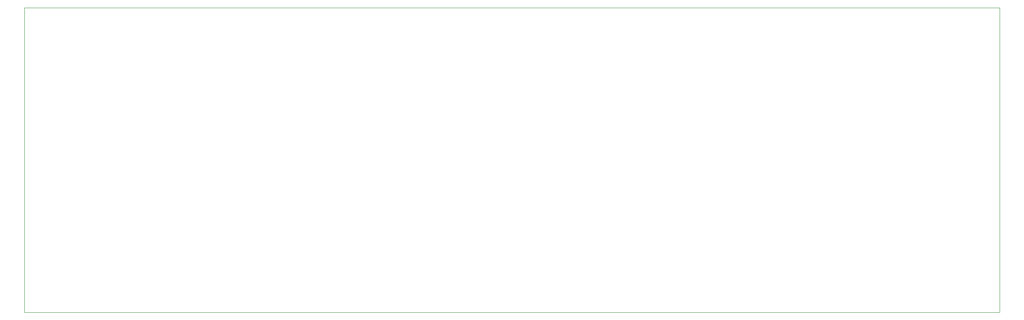
<source format=gbr>
%TF.GenerationSoftware,KiCad,Pcbnew,8.0.1*%
%TF.CreationDate,2024-06-25T20:54:33-05:00*%
%TF.ProjectId,nobs,6e6f6273-2e6b-4696-9361-645f70636258,rev?*%
%TF.SameCoordinates,Original*%
%TF.FileFunction,Profile,NP*%
%FSLAX46Y46*%
G04 Gerber Fmt 4.6, Leading zero omitted, Abs format (unit mm)*
G04 Created by KiCad (PCBNEW 8.0.1) date 2024-06-25 20:54:33*
%MOMM*%
%LPD*%
G01*
G04 APERTURE LIST*
%TA.AperFunction,Profile*%
%ADD10C,0.050000*%
%TD*%
G04 APERTURE END LIST*
D10*
X50800000Y-25400000D02*
X254000000Y-25400000D01*
X254000000Y-88900000D01*
X50800000Y-88900000D01*
X50800000Y-25400000D01*
M02*

</source>
